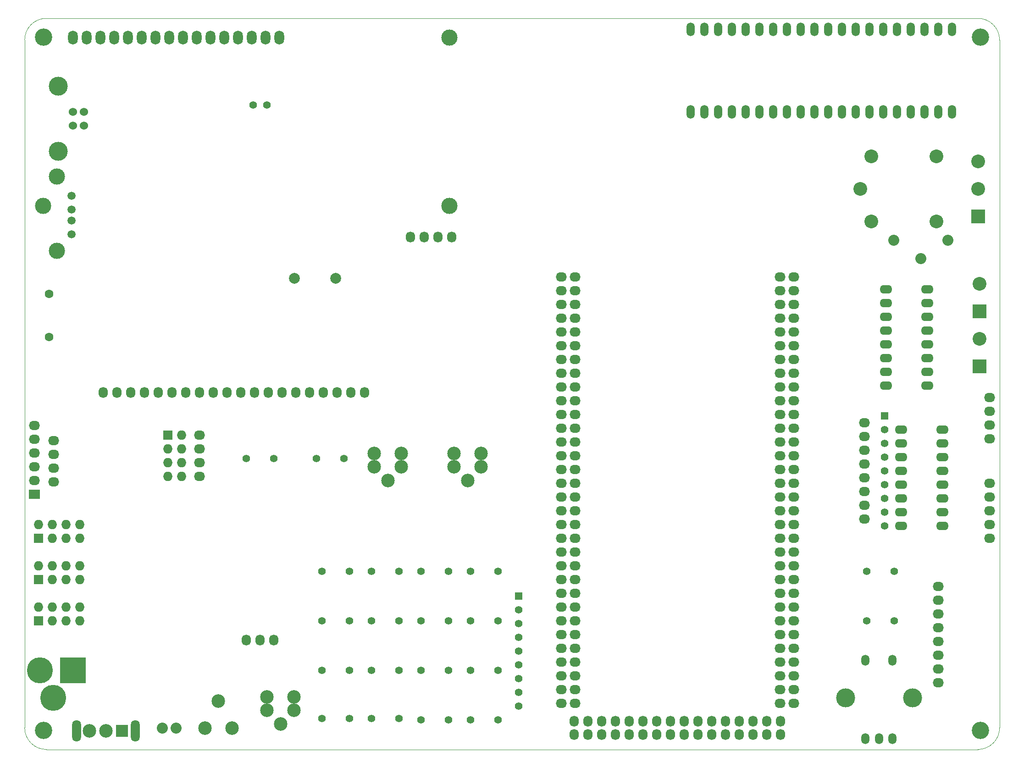
<source format=gbr>
G04 #@! TF.FileFunction,Soldermask,Bot*
%FSLAX46Y46*%
G04 Gerber Fmt 4.6, Leading zero omitted, Abs format (unit mm)*
G04 Created by KiCad (PCBNEW 4.0.4-stable) date 12/15/16 19:51:19*
%MOMM*%
%LPD*%
G01*
G04 APERTURE LIST*
%ADD10C,0.100000*%
%ADD11C,2.499360*%
%ADD12O,1.800000X2.600000*%
%ADD13C,3.000000*%
%ADD14O,1.727200X2.032000*%
%ADD15C,1.524000*%
%ADD16C,3.500000*%
%ADD17O,2.032000X1.727200*%
%ADD18R,2.032000X1.727200*%
%ADD19R,1.727200X1.727200*%
%ADD20O,1.727200X1.727200*%
%ADD21C,1.501140*%
%ADD22C,2.999740*%
%ADD23C,2.032000*%
%ADD24O,2.032000X2.032000*%
%ADD25R,2.300000X2.300000*%
%ADD26C,2.500000*%
%ADD27O,1.651000X4.000000*%
%ADD28O,1.524000X2.524000*%
%ADD29C,4.800600*%
%ADD30R,4.800600X4.800600*%
%ADD31O,2.300000X1.600000*%
%ADD32R,2.540000X2.540000*%
%ADD33C,2.540000*%
%ADD34C,3.200000*%
%ADD35C,1.600000*%
%ADD36C,2.000000*%
%ADD37C,1.397000*%
%ADD38R,1.397000X1.397000*%
%ADD39O,1.501140X1.998980*%
%ADD40C,3.500120*%
G04 APERTURE END LIST*
D10*
X215556500Y-163166000D02*
X43556500Y-163166000D01*
X39556500Y-159166000D02*
X39556500Y-32166000D01*
X219556500Y-32166000D02*
X219556500Y-159166000D01*
X43556500Y-28166000D02*
X215556500Y-28166000D01*
X39556500Y-159166000D02*
G75*
G03X43556500Y-163166000I4000000J0D01*
G01*
X215556500Y-163166000D02*
G75*
G03X219556500Y-159166000I0J4000000D01*
G01*
X219556500Y-32166000D02*
G75*
G03X215556500Y-28166000I-4000000J0D01*
G01*
X43556500Y-28166000D02*
G75*
G03X39556500Y-32166000I0J-4000000D01*
G01*
D11*
X75333860Y-154218640D03*
X77833220Y-159258000D03*
X72834500Y-159258000D03*
D12*
X48450500Y-31750000D03*
X50990500Y-31750000D03*
X53530500Y-31750000D03*
X56070500Y-31750000D03*
X58610500Y-31750000D03*
X61150500Y-31750000D03*
X63690500Y-31750000D03*
X66230500Y-31750000D03*
X68770500Y-31750000D03*
X71310500Y-31750000D03*
X73850500Y-31750000D03*
X76390500Y-31750000D03*
X78930500Y-31750000D03*
X81470500Y-31750000D03*
X84010500Y-31750000D03*
X86550500Y-31750000D03*
D13*
X42951400Y-31750000D03*
X42951400Y-62750700D03*
X117949980Y-62750700D03*
X117949980Y-31750000D03*
D14*
X102298500Y-97282000D03*
X99758500Y-97282000D03*
X97218500Y-97282000D03*
X94678500Y-97282000D03*
X92138500Y-97282000D03*
X89598500Y-97282000D03*
X87058500Y-97282000D03*
X84518500Y-97282000D03*
X81978500Y-97282000D03*
X79438500Y-97282000D03*
X76898500Y-97282000D03*
X74358500Y-97282000D03*
X71818500Y-97282000D03*
X69278500Y-97282000D03*
X66738500Y-97282000D03*
X64198500Y-97282000D03*
X61658500Y-97282000D03*
X59118500Y-97282000D03*
X56578500Y-97282000D03*
X54038500Y-97282000D03*
D15*
X50482500Y-45466000D03*
X50482500Y-48006000D03*
X48483520Y-48006000D03*
X48483520Y-45466000D03*
D16*
X45783500Y-40736520D03*
X45783500Y-52735480D03*
D17*
X71818500Y-105156000D03*
X71818500Y-107696000D03*
X71818500Y-110236000D03*
X71818500Y-112776000D03*
X194627500Y-120650000D03*
X194627500Y-118110000D03*
X194627500Y-115570000D03*
X194627500Y-113030000D03*
X194627500Y-110490000D03*
X194627500Y-107950000D03*
X194627500Y-105410000D03*
X194627500Y-102870000D03*
X208216500Y-150876000D03*
X208216500Y-148336000D03*
X208216500Y-145796000D03*
X208216500Y-143256000D03*
X208216500Y-140716000D03*
X208216500Y-138176000D03*
X208216500Y-135636000D03*
X208216500Y-133096000D03*
X138620500Y-75946000D03*
X138620500Y-78486000D03*
X138620500Y-81026000D03*
X138620500Y-83566000D03*
X138620500Y-86106000D03*
X138620500Y-88646000D03*
X138620500Y-91186000D03*
X138620500Y-93726000D03*
X138620500Y-96266000D03*
X138620500Y-98806000D03*
X138620500Y-101346000D03*
X138620500Y-103886000D03*
X138620500Y-106426000D03*
X138620500Y-108966000D03*
X138620500Y-111506000D03*
X138620500Y-114046000D03*
X138620500Y-116586000D03*
X138620500Y-119126000D03*
X138620500Y-121666000D03*
X138620500Y-124206000D03*
X138620500Y-126746000D03*
X138620500Y-129286000D03*
X138620500Y-131826000D03*
X138620500Y-134366000D03*
X138620500Y-136906000D03*
X138620500Y-139446000D03*
X138620500Y-141986000D03*
X138620500Y-144526000D03*
X138620500Y-147066000D03*
X138620500Y-149606000D03*
X138620500Y-152146000D03*
X138620500Y-154686000D03*
D18*
X41338500Y-116078000D03*
D17*
X41338500Y-113538000D03*
X41338500Y-110998000D03*
X41338500Y-108458000D03*
X41338500Y-105918000D03*
X41338500Y-103378000D03*
D19*
X42100500Y-124206000D03*
D20*
X42100500Y-121666000D03*
X44640500Y-124206000D03*
X44640500Y-121666000D03*
X47180500Y-124206000D03*
X47180500Y-121666000D03*
X49720500Y-124206000D03*
X49720500Y-121666000D03*
D19*
X42100500Y-131826000D03*
D20*
X42100500Y-129286000D03*
X44640500Y-131826000D03*
X44640500Y-129286000D03*
X47180500Y-131826000D03*
X47180500Y-129286000D03*
X49720500Y-131826000D03*
X49720500Y-129286000D03*
D19*
X42100500Y-139446000D03*
D20*
X42100500Y-136906000D03*
X44640500Y-139446000D03*
X44640500Y-136906000D03*
X47180500Y-139446000D03*
X47180500Y-136906000D03*
X49720500Y-139446000D03*
X49720500Y-136906000D03*
D14*
X110740500Y-68560000D03*
X113280500Y-68560000D03*
X115820500Y-68560000D03*
X118360500Y-68560000D03*
X80454500Y-143002000D03*
X82994500Y-143002000D03*
X85534500Y-143002000D03*
D21*
X48198620Y-68072860D03*
X48198620Y-65532860D03*
X48198620Y-63500860D03*
X48198620Y-60960860D03*
D22*
X45531620Y-71120860D03*
X45531620Y-57404860D03*
D23*
X64960500Y-159258000D03*
D24*
X67500500Y-159258000D03*
D17*
X217741500Y-124206000D03*
X217741500Y-121666000D03*
X217741500Y-119126000D03*
X217741500Y-116586000D03*
X217741500Y-114046000D03*
X217741500Y-105791000D03*
X217741500Y-103251000D03*
X217741500Y-100711000D03*
X217741500Y-98171000D03*
X44894500Y-113792000D03*
X44894500Y-111252000D03*
X44894500Y-108712000D03*
X44894500Y-106172000D03*
D14*
X141024500Y-160416000D03*
X143564500Y-160416000D03*
X146104500Y-160416000D03*
X148644500Y-160416000D03*
X151184500Y-160416000D03*
X153724500Y-160416000D03*
X156264500Y-160416000D03*
X158804500Y-160416000D03*
X161344500Y-160416000D03*
X163884500Y-160416000D03*
X166424500Y-160416000D03*
X168964500Y-160416000D03*
X171504500Y-160416000D03*
X174044500Y-160416000D03*
X176584500Y-160416000D03*
X179124500Y-160416000D03*
X141024500Y-157916000D03*
X143564500Y-157916000D03*
X146104500Y-157916000D03*
X148644500Y-157916000D03*
X151184500Y-157916000D03*
X153724500Y-157916000D03*
X156264500Y-157916000D03*
X158804500Y-157916000D03*
X161344500Y-157916000D03*
X163884500Y-157916000D03*
X166424500Y-157916000D03*
X168964500Y-157916000D03*
X171504500Y-157916000D03*
X174044500Y-157916000D03*
X176584500Y-157916000D03*
X179124500Y-157916000D03*
D17*
X181546500Y-75946000D03*
X181546500Y-78486000D03*
X181546500Y-81026000D03*
X181546500Y-83566000D03*
X181546500Y-86106000D03*
X181546500Y-88646000D03*
X181546500Y-91186000D03*
X181546500Y-93726000D03*
X181546500Y-96266000D03*
X181546500Y-98806000D03*
X181546500Y-101346000D03*
X181546500Y-103886000D03*
X181546500Y-106426000D03*
X181546500Y-108966000D03*
X181546500Y-111506000D03*
X181546500Y-114046000D03*
X181546500Y-116586000D03*
X181546500Y-119126000D03*
X181546500Y-121666000D03*
X181546500Y-124206000D03*
X181546500Y-126746000D03*
X181546500Y-129286000D03*
X181546500Y-131826000D03*
X181546500Y-134366000D03*
X181546500Y-136906000D03*
X181546500Y-139446000D03*
X181546500Y-141986000D03*
X181546500Y-144526000D03*
X181546500Y-147066000D03*
X181546500Y-149606000D03*
X181546500Y-152146000D03*
X181546500Y-154686000D03*
X179006500Y-75946000D03*
X179006500Y-78486000D03*
X179006500Y-81026000D03*
X179006500Y-83566000D03*
X179006500Y-86106000D03*
X179006500Y-88646000D03*
X179006500Y-91186000D03*
X179006500Y-93726000D03*
X179006500Y-96266000D03*
X179006500Y-98806000D03*
X179006500Y-101346000D03*
X179006500Y-103886000D03*
X179006500Y-106426000D03*
X179006500Y-108966000D03*
X179006500Y-111506000D03*
X179006500Y-114046000D03*
X179006500Y-116586000D03*
X179006500Y-119126000D03*
X179006500Y-121666000D03*
X179006500Y-124206000D03*
X179006500Y-126746000D03*
X179006500Y-129286000D03*
X179006500Y-131826000D03*
X179006500Y-134366000D03*
X179006500Y-136906000D03*
X179006500Y-139446000D03*
X179006500Y-141986000D03*
X179006500Y-144526000D03*
X179006500Y-147066000D03*
X179006500Y-149606000D03*
X179006500Y-152146000D03*
X179006500Y-154686000D03*
X141160500Y-75946000D03*
X141160500Y-78486000D03*
X141160500Y-81026000D03*
X141160500Y-83566000D03*
X141160500Y-86106000D03*
X141160500Y-88646000D03*
X141160500Y-91186000D03*
X141160500Y-93726000D03*
X141160500Y-96266000D03*
X141160500Y-98806000D03*
X141160500Y-101346000D03*
X141160500Y-103886000D03*
X141160500Y-106426000D03*
X141160500Y-108966000D03*
X141160500Y-111506000D03*
X141160500Y-114046000D03*
X141160500Y-116586000D03*
X141160500Y-119126000D03*
X141160500Y-121666000D03*
X141160500Y-124206000D03*
X141160500Y-126746000D03*
X141160500Y-129286000D03*
X141160500Y-131826000D03*
X141160500Y-134366000D03*
X141160500Y-136906000D03*
X141160500Y-139446000D03*
X141160500Y-141986000D03*
X141160500Y-144526000D03*
X141160500Y-147066000D03*
X141160500Y-149606000D03*
X141160500Y-152146000D03*
X141160500Y-154686000D03*
D19*
X65976500Y-105156000D03*
D20*
X68516500Y-105156000D03*
X65976500Y-107696000D03*
X68516500Y-107696000D03*
X65976500Y-110236000D03*
X68516500Y-110236000D03*
X65976500Y-112776000D03*
X68516500Y-112776000D03*
D25*
X57546500Y-159766000D03*
D26*
X54546500Y-159766000D03*
X51546500Y-159766000D03*
D27*
X49146460Y-159766000D03*
X59946540Y-159766000D03*
D28*
X162496500Y-45466000D03*
X165036500Y-45466000D03*
X167576500Y-45466000D03*
X170116500Y-45466000D03*
X172656500Y-45466000D03*
X172656500Y-30226000D03*
X170116500Y-30226000D03*
X167576500Y-30226000D03*
X165036500Y-30226000D03*
X162496500Y-30226000D03*
D29*
X42354500Y-148590000D03*
D30*
X48450500Y-148590000D03*
D29*
X44854500Y-153670000D03*
D31*
X198556500Y-78166000D03*
X198556500Y-80706000D03*
X198556500Y-83246000D03*
X198556500Y-85786000D03*
X198556500Y-88326000D03*
X198556500Y-90866000D03*
X198556500Y-93406000D03*
X198556500Y-95946000D03*
X206176500Y-95946000D03*
X206176500Y-93406000D03*
X206176500Y-90866000D03*
X206176500Y-88326000D03*
X206176500Y-85786000D03*
X206176500Y-83246000D03*
X206176500Y-80706000D03*
X206176500Y-78166000D03*
D32*
X215836500Y-92456000D03*
D33*
X215836500Y-87376000D03*
D32*
X215836500Y-82296000D03*
D33*
X215836500Y-77216000D03*
X195867020Y-53690520D03*
X193865500Y-59690000D03*
X207865980Y-53690520D03*
X207865980Y-65689480D03*
X195867020Y-65689480D03*
D32*
X215582500Y-64770000D03*
D33*
X215582500Y-59690000D03*
X215582500Y-54610000D03*
D34*
X216056500Y-159666000D03*
X43056500Y-31666000D03*
X43056500Y-159666000D03*
X216056500Y-31666000D03*
D35*
X44038500Y-79042000D03*
X44038500Y-87042000D03*
D36*
X96954340Y-76200000D03*
X89354660Y-76200000D03*
D23*
X205041500Y-72566000D03*
X200041500Y-69166000D03*
X210041500Y-69166000D03*
D37*
X84264500Y-44196000D03*
X81724500Y-44196000D03*
D28*
X175196500Y-45466000D03*
X177736500Y-45466000D03*
X180276500Y-45466000D03*
X182816500Y-45466000D03*
X185356500Y-45466000D03*
X185356500Y-30226000D03*
X182816500Y-30226000D03*
X180276500Y-30226000D03*
X177736500Y-30226000D03*
X175196500Y-30226000D03*
X187896500Y-45466000D03*
X190436500Y-45466000D03*
X192976500Y-45466000D03*
X195516500Y-45466000D03*
X198056500Y-45466000D03*
X198056500Y-30226000D03*
X195516500Y-30226000D03*
X192976500Y-30226000D03*
X190436500Y-30226000D03*
X187896500Y-30226000D03*
X200596500Y-45466000D03*
X203136500Y-45466000D03*
X205676500Y-45466000D03*
X208216500Y-45466000D03*
X210756500Y-45466000D03*
X210756500Y-30226000D03*
X208216500Y-30226000D03*
X205676500Y-30226000D03*
X203136500Y-30226000D03*
X200596500Y-30226000D03*
D38*
X130746500Y-134874000D03*
D37*
X130746500Y-137414000D03*
X130746500Y-139954000D03*
X130746500Y-142494000D03*
X130746500Y-145034000D03*
X130746500Y-147574000D03*
X130746500Y-150114000D03*
X130746500Y-152654000D03*
X130746500Y-155194000D03*
D38*
X198310500Y-101600000D03*
D37*
X198310500Y-104140000D03*
X198310500Y-106680000D03*
X198310500Y-109220000D03*
X198310500Y-111760000D03*
X198310500Y-114300000D03*
X198310500Y-116840000D03*
X198310500Y-119380000D03*
X198310500Y-121920000D03*
D31*
X201358500Y-104140000D03*
X201358500Y-106680000D03*
X201358500Y-109220000D03*
X201358500Y-111760000D03*
X201358500Y-114300000D03*
X201358500Y-116840000D03*
X201358500Y-119380000D03*
X201358500Y-121920000D03*
X208978500Y-121920000D03*
X208978500Y-119380000D03*
X208978500Y-116840000D03*
X208978500Y-114300000D03*
X208978500Y-111760000D03*
X208978500Y-109220000D03*
X208978500Y-106680000D03*
X208978500Y-104140000D03*
D39*
X194795140Y-161170620D03*
X197294500Y-161170620D03*
X199793860Y-161170620D03*
D40*
X191094360Y-153670000D03*
X203494640Y-153670000D03*
D39*
X194795140Y-146669760D03*
X199793860Y-146669760D03*
D11*
X86804500Y-158456000D03*
X84304500Y-155956000D03*
X89304500Y-155956000D03*
X84304500Y-153456000D03*
X89304500Y-153456000D03*
X106616500Y-113498000D03*
X104116500Y-110998000D03*
X109116500Y-110998000D03*
X104116500Y-108498000D03*
X109116500Y-108498000D03*
X121348500Y-113498000D03*
X118848500Y-110998000D03*
X123848500Y-110998000D03*
X118848500Y-108498000D03*
X123848500Y-108498000D03*
D37*
X195008500Y-130302000D03*
X200088500Y-130302000D03*
X195008500Y-139446000D03*
X200088500Y-139446000D03*
X85534500Y-109474000D03*
X80454500Y-109474000D03*
X98488500Y-109474000D03*
X93408500Y-109474000D03*
X94424500Y-130302000D03*
X99504500Y-130302000D03*
X103568500Y-130302000D03*
X108648500Y-130302000D03*
X112712500Y-130302000D03*
X117792500Y-130302000D03*
X121856500Y-130302000D03*
X126936500Y-130302000D03*
X94424500Y-139446000D03*
X99504500Y-139446000D03*
X103568500Y-139446000D03*
X108648500Y-139446000D03*
X112712500Y-139446000D03*
X117792500Y-139446000D03*
X121856500Y-139446000D03*
X126936500Y-139446000D03*
X94424500Y-148590000D03*
X99504500Y-148590000D03*
X103568500Y-148590000D03*
X108648500Y-148590000D03*
X112712500Y-148590000D03*
X117792500Y-148590000D03*
X121856500Y-148590000D03*
X126936500Y-148590000D03*
X94424500Y-157480000D03*
X99504500Y-157480000D03*
X103568500Y-157480000D03*
X108648500Y-157480000D03*
X112712500Y-157734000D03*
X117792500Y-157734000D03*
X121856500Y-157734000D03*
X126936500Y-157734000D03*
M02*

</source>
